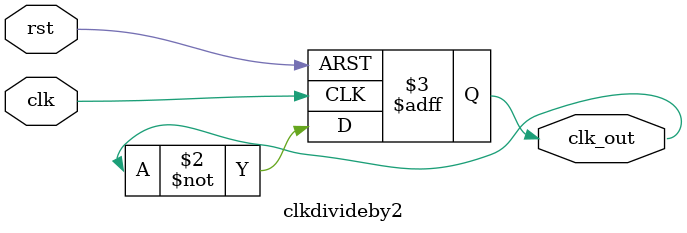
<source format=v>
module clkdivideby2 (
  input  clk,
  input  rst,
  output reg clk_out
);

always @(posedge clk or posedge rst) begin
   if (rst)
    clk_out <= 1'b0;
   else
    clk_out <= ~clk_out;
end
endmodule



/*output
meenakshi@meenakshi-Inspiron-3501:~/verilog$ vvp clkdivideby2.out
VCD info: dumpfile clkdivideby2.vcd opened for output.
$time=0|clk=0|rst=1|clk_out=0
$time=5|clk=1|rst=1|clk_out=0
$time=10|clk=0|rst=0|clk_out=0
$time=15|clk=1|rst=0|clk_out=1
$time=20|clk=0|rst=0|clk_out=1
$time=25|clk=1|rst=0|clk_out=0
$time=30|clk=0|rst=0|clk_out=0
$time=35|clk=1|rst=0|clk_out=1
$time=40|clk=0|rst=0|clk_out=1
$time=45|clk=1|rst=0|clk_out=0
$time=50|clk=0|rst=0|clk_out=0
$time=55|clk=1|rst=0|clk_out=1
$time=60|clk=0|rst=0|clk_out=1
$time=65|clk=1|rst=0|clk_out=0
$time=70|clk=0|rst=0|clk_out=0
$time=75|clk=1|rst=0|clk_out=1
$time=80|clk=0|rst=0|clk_out=1
$time=85|clk=1|rst=0|clk_out=0
$time=90|clk=0|rst=0|clk_out=0
$time=95|clk=1|rst=0|clk_out=1
$time=100|clk=0|rst=0|clk_out=1
$time=105|clk=1|rst=0|clk_out=0
clkdivideby2_tb.v:16: $finish called at 110 (1s)
$time=110|clk=0|rst=0|clk_out=0
*/

</source>
